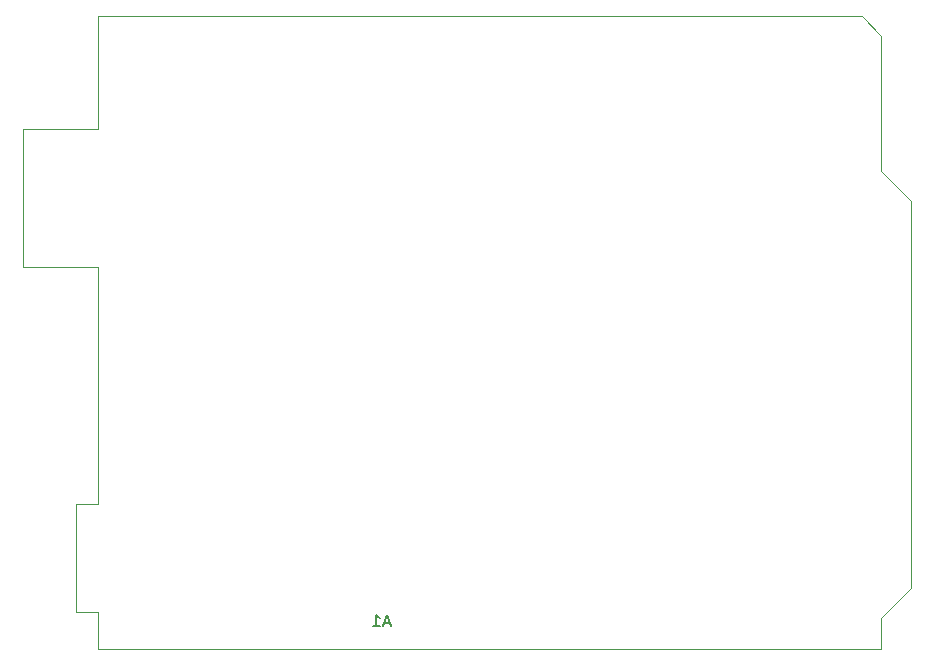
<source format=gbo>
G04 #@! TF.GenerationSoftware,KiCad,Pcbnew,(5.0.1)-4*
G04 #@! TF.CreationDate,2018-12-27T15:34:55-05:00*
G04 #@! TF.ProjectId,LED Project,4C45442050726F6A6563742E6B696361,rev?*
G04 #@! TF.SameCoordinates,Original*
G04 #@! TF.FileFunction,Legend,Bot*
G04 #@! TF.FilePolarity,Positive*
%FSLAX46Y46*%
G04 Gerber Fmt 4.6, Leading zero omitted, Abs format (unit mm)*
G04 Created by KiCad (PCBNEW (5.0.1)-4) date 12/27/2018 3:34:55 PM*
%MOMM*%
%LPD*%
G01*
G04 APERTURE LIST*
%ADD10C,0.120000*%
%ADD11C,0.150000*%
G04 APERTURE END LIST*
D10*
G04 #@! TO.C,A1*
X167770000Y-82800000D02*
X170310000Y-85340000D01*
X167770000Y-71370000D02*
X167770000Y-82800000D01*
X166120000Y-69720000D02*
X167770000Y-71370000D01*
X101470000Y-69720000D02*
X166120000Y-69720000D01*
X101470000Y-79250000D02*
X101470000Y-69720000D01*
X95120000Y-79250000D02*
X101470000Y-79250000D01*
X95120000Y-90930000D02*
X95120000Y-79250000D01*
X101470000Y-90930000D02*
X95120000Y-90930000D01*
X101470000Y-111000000D02*
X101470000Y-90930000D01*
X99570000Y-111000000D02*
X101470000Y-111000000D01*
X99570000Y-120140000D02*
X99570000Y-111000000D01*
X101470000Y-120140000D02*
X99570000Y-120140000D01*
X101470000Y-123320000D02*
X101470000Y-120140000D01*
X167770000Y-123320000D02*
X101470000Y-123320000D01*
X167770000Y-120650000D02*
X167770000Y-123320000D01*
X170310000Y-118110000D02*
X167770000Y-120650000D01*
X170310000Y-85340000D02*
X170310000Y-118110000D01*
G04 #@! TD*
G04 #@! TO.C,A1*
D11*
X126169284Y-121091667D02*
X125693094Y-121091667D01*
X126264522Y-121377381D02*
X125931189Y-120377381D01*
X125597856Y-121377381D01*
X124740713Y-121377381D02*
X125312141Y-121377381D01*
X125026427Y-121377381D02*
X125026427Y-120377381D01*
X125121665Y-120520239D01*
X125216903Y-120615477D01*
X125312141Y-120663096D01*
G04 #@! TD*
M02*

</source>
